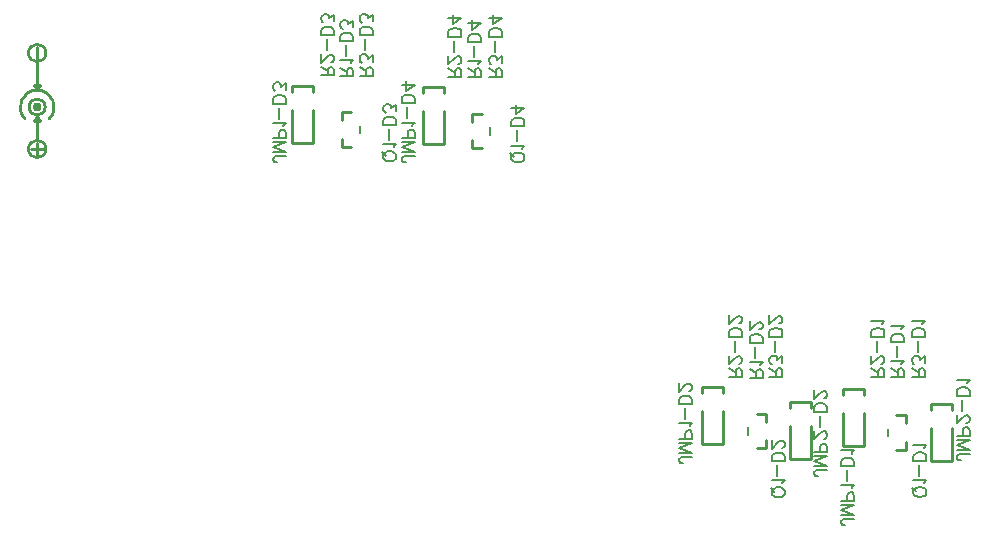
<source format=gbo>
G04 ---------------------------- Layer name :BOTTOM SILK LAYER*
G04 EasyEDA v5.8.22, Wed, 05 Dec 2018 03:51:52 GMT*
G04 5ecc0feef65b44bfa0a9ec5bdeff4b52*
G04 Gerber Generator version 0.2*
G04 Scale: 100 percent, Rotated: No, Reflected: No *
G04 Dimensions in millimeters *
G04 leading zeros omitted , absolute positions ,3 integer and 3 decimal *
%FSLAX33Y33*%
%MOMM*%
G90*
G71D02*

%ADD10C,0.254000*%
%ADD43C,0.200000*%
%ADD50C,0.177800*%

%LPD*%
G54D10*
G01X42913Y35864D02*
G01X42913Y35203D01*
G01X42913Y35864D01*
G01X42913Y35203D01*
G01X43729Y35203D01*
G01X43729Y38122D02*
G01X42913Y38122D01*
G01X42913Y37464D01*
G54D43*
G01X44463Y36964D02*
G01X44463Y36362D01*
G54D10*
G01X38735Y39840D02*
G01X38735Y40348D01*
G01X40513Y40348D01*
G01X40513Y39840D01*
G01X38735Y38316D02*
G01X38735Y35522D01*
G01X40513Y35522D01*
G01X40513Y38316D01*
G01X53962Y35737D02*
G01X53962Y35076D01*
G01X53962Y35737D01*
G01X53962Y35076D01*
G01X54778Y35076D01*
G01X54778Y37995D02*
G01X53962Y37995D01*
G01X53962Y37337D01*
G54D43*
G01X55512Y36837D02*
G01X55512Y36235D01*
G54D10*
G01X49786Y39712D02*
G01X49786Y40220D01*
G01X51564Y40220D01*
G01X51564Y39712D01*
G01X49786Y38188D02*
G01X49786Y35394D01*
G01X51564Y35394D01*
G01X51564Y38188D01*
G01X85344Y14186D02*
G01X85344Y14694D01*
G01X87122Y14694D01*
G01X87122Y14186D01*
G01X85344Y12662D02*
G01X85344Y9868D01*
G01X87122Y9868D01*
G01X87122Y12662D01*
G01X90694Y11808D02*
G01X90694Y12468D01*
G01X90694Y11808D01*
G01X90694Y12468D01*
G01X89878Y12468D01*
G01X89878Y9550D02*
G01X90694Y9550D01*
G01X90694Y10208D01*
G54D43*
G01X89144Y10708D02*
G01X89144Y11310D01*
G54D10*
G01X92839Y12915D02*
G01X92839Y13423D01*
G01X94617Y13423D01*
G01X94617Y12915D01*
G01X92839Y11391D02*
G01X92839Y8597D01*
G01X94617Y8597D01*
G01X94617Y11391D01*
G01X73408Y14312D02*
G01X73408Y14820D01*
G01X75186Y14820D01*
G01X75186Y14312D01*
G01X73408Y12788D02*
G01X73408Y9994D01*
G01X75186Y9994D01*
G01X75186Y12788D01*
G01X78881Y11937D02*
G01X78881Y12597D01*
G01X78881Y11937D01*
G01X78881Y12597D01*
G01X78065Y12597D01*
G01X78065Y9679D02*
G01X78881Y9679D01*
G01X78881Y10336D01*
G54D43*
G01X77331Y10837D02*
G01X77331Y11439D01*
G54D10*
G01X80899Y13043D02*
G01X80899Y13551D01*
G01X82677Y13551D01*
G01X82677Y13043D01*
G01X80899Y11519D02*
G01X80899Y8725D01*
G01X82677Y8725D01*
G01X82677Y11519D01*
G01X17401Y37424D02*
G01X17147Y37805D01*
G01X17147Y35773D01*
G01X17147Y37805D02*
G01X16893Y37424D01*
G01X17147Y38694D02*
G01X17274Y38567D01*
G01X17147Y38440D01*
G01X17147Y38694D01*
G01X17020Y38567D01*
G01X17147Y38440D01*
G01X17401Y40472D02*
G01X17147Y40091D01*
G01X17147Y42377D01*
G01X17147Y40091D02*
G01X16893Y40472D01*
G01X17147Y34503D02*
G01X17147Y35519D01*
G01X16639Y35011D02*
G01X17655Y35011D01*
G01X17147Y42631D02*
G01X17147Y43647D01*
G54D50*
G01X42265Y41236D02*
G01X41175Y41236D01*
G01X42265Y41236D02*
G01X42265Y41704D01*
G01X42214Y41859D01*
G01X42163Y41912D01*
G01X42059Y41963D01*
G01X41955Y41963D01*
G01X41851Y41912D01*
G01X41798Y41859D01*
G01X41747Y41704D01*
G01X41747Y41236D01*
G01X41747Y41600D02*
G01X41175Y41963D01*
G01X42006Y42359D02*
G01X42059Y42359D01*
G01X42163Y42410D01*
G01X42214Y42463D01*
G01X42265Y42567D01*
G01X42265Y42773D01*
G01X42214Y42877D01*
G01X42163Y42931D01*
G01X42059Y42981D01*
G01X41955Y42981D01*
G01X41851Y42931D01*
G01X41693Y42826D01*
G01X41175Y42306D01*
G01X41175Y43035D01*
G01X41643Y43378D02*
G01X41643Y44312D01*
G01X42265Y44655D02*
G01X41175Y44655D01*
G01X42265Y44655D02*
G01X42265Y45018D01*
G01X42214Y45173D01*
G01X42110Y45278D01*
G01X42006Y45331D01*
G01X41851Y45382D01*
G01X41592Y45382D01*
G01X41434Y45331D01*
G01X41330Y45278D01*
G01X41226Y45173D01*
G01X41175Y45018D01*
G01X41175Y44655D01*
G01X42265Y45829D02*
G01X42265Y46400D01*
G01X41851Y46088D01*
G01X41851Y46245D01*
G01X41798Y46349D01*
G01X41747Y46400D01*
G01X41592Y46454D01*
G01X41488Y46454D01*
G01X41330Y46400D01*
G01X41226Y46296D01*
G01X41175Y46141D01*
G01X41175Y45986D01*
G01X41226Y45829D01*
G01X41279Y45778D01*
G01X41384Y45725D01*
G01X43888Y41186D02*
G01X42798Y41186D01*
G01X43888Y41186D02*
G01X43888Y41653D01*
G01X43837Y41808D01*
G01X43786Y41861D01*
G01X43682Y41912D01*
G01X43578Y41912D01*
G01X43474Y41861D01*
G01X43421Y41808D01*
G01X43370Y41653D01*
G01X43370Y41186D01*
G01X43370Y41549D02*
G01X42798Y41912D01*
G01X43682Y42255D02*
G01X43733Y42359D01*
G01X43888Y42517D01*
G01X42798Y42517D01*
G01X43266Y42859D02*
G01X43266Y43794D01*
G01X43888Y44137D02*
G01X42798Y44137D01*
G01X43888Y44137D02*
G01X43888Y44500D01*
G01X43837Y44655D01*
G01X43733Y44759D01*
G01X43629Y44813D01*
G01X43474Y44863D01*
G01X43215Y44863D01*
G01X43057Y44813D01*
G01X42953Y44759D01*
G01X42849Y44655D01*
G01X42798Y44500D01*
G01X42798Y44137D01*
G01X43888Y45311D02*
G01X43888Y45882D01*
G01X43474Y45570D01*
G01X43474Y45727D01*
G01X43421Y45831D01*
G01X43370Y45882D01*
G01X43215Y45935D01*
G01X43111Y45935D01*
G01X42953Y45882D01*
G01X42849Y45778D01*
G01X42798Y45623D01*
G01X42798Y45465D01*
G01X42849Y45311D01*
G01X42903Y45260D01*
G01X43007Y45206D01*
G01X45539Y41226D02*
G01X44449Y41226D01*
G01X45539Y41226D02*
G01X45539Y41694D01*
G01X45488Y41849D01*
G01X45437Y41902D01*
G01X45333Y41953D01*
G01X45229Y41953D01*
G01X45125Y41902D01*
G01X45072Y41849D01*
G01X45021Y41694D01*
G01X45021Y41226D01*
G01X45021Y41589D02*
G01X44449Y41953D01*
G01X45539Y42400D02*
G01X45539Y42971D01*
G01X45125Y42661D01*
G01X45125Y42816D01*
G01X45072Y42920D01*
G01X45021Y42971D01*
G01X44866Y43025D01*
G01X44762Y43025D01*
G01X44604Y42971D01*
G01X44500Y42867D01*
G01X44449Y42712D01*
G01X44449Y42557D01*
G01X44500Y42400D01*
G01X44554Y42349D01*
G01X44658Y42296D01*
G01X44917Y43367D02*
G01X44917Y44302D01*
G01X45539Y44645D02*
G01X44449Y44645D01*
G01X45539Y44645D02*
G01X45539Y45008D01*
G01X45488Y45163D01*
G01X45384Y45267D01*
G01X45280Y45321D01*
G01X45125Y45371D01*
G01X44866Y45371D01*
G01X44708Y45321D01*
G01X44604Y45267D01*
G01X44500Y45163D01*
G01X44449Y45008D01*
G01X44449Y44645D01*
G01X45539Y45819D02*
G01X45539Y46390D01*
G01X45125Y46078D01*
G01X45125Y46235D01*
G01X45072Y46339D01*
G01X45021Y46390D01*
G01X44866Y46443D01*
G01X44762Y46443D01*
G01X44604Y46390D01*
G01X44500Y46286D01*
G01X44449Y46131D01*
G01X44449Y45976D01*
G01X44500Y45819D01*
G01X44554Y45768D01*
G01X44658Y45714D01*
G01X47548Y34284D02*
G01X47497Y34180D01*
G01X47393Y34076D01*
G01X47289Y34023D01*
G01X47134Y33972D01*
G01X46875Y33972D01*
G01X46718Y34023D01*
G01X46613Y34076D01*
G01X46509Y34180D01*
G01X46459Y34284D01*
G01X46459Y34493D01*
G01X46509Y34594D01*
G01X46613Y34698D01*
G01X46718Y34752D01*
G01X46875Y34803D01*
G01X47134Y34803D01*
G01X47289Y34752D01*
G01X47393Y34698D01*
G01X47497Y34594D01*
G01X47548Y34493D01*
G01X47548Y34284D01*
G01X46667Y34439D02*
G01X46354Y34752D01*
G01X47342Y35146D02*
G01X47393Y35250D01*
G01X47548Y35407D01*
G01X46459Y35407D01*
G01X46926Y35750D02*
G01X46926Y36685D01*
G01X47548Y37028D02*
G01X46459Y37028D01*
G01X47548Y37028D02*
G01X47548Y37391D01*
G01X47497Y37546D01*
G01X47393Y37650D01*
G01X47289Y37703D01*
G01X47134Y37754D01*
G01X46875Y37754D01*
G01X46718Y37703D01*
G01X46613Y37650D01*
G01X46509Y37546D01*
G01X46459Y37391D01*
G01X46459Y37028D01*
G01X47548Y38201D02*
G01X47548Y38773D01*
G01X47134Y38460D01*
G01X47134Y38618D01*
G01X47081Y38722D01*
G01X47030Y38773D01*
G01X46875Y38823D01*
G01X46771Y38823D01*
G01X46613Y38773D01*
G01X46509Y38669D01*
G01X46459Y38514D01*
G01X46459Y38356D01*
G01X46509Y38201D01*
G01X46563Y38150D01*
G01X46667Y38097D01*
G01X38201Y34391D02*
G01X37370Y34391D01*
G01X37215Y34338D01*
G01X37162Y34287D01*
G01X37111Y34183D01*
G01X37111Y34079D01*
G01X37162Y33975D01*
G01X37215Y33921D01*
G01X37370Y33870D01*
G01X37475Y33870D01*
G01X38201Y34734D02*
G01X37111Y34734D01*
G01X38201Y34734D02*
G01X37111Y35148D01*
G01X38201Y35565D02*
G01X37111Y35148D01*
G01X38201Y35565D02*
G01X37111Y35565D01*
G01X38201Y35908D02*
G01X37111Y35908D01*
G01X38201Y35908D02*
G01X38201Y36375D01*
G01X38150Y36530D01*
G01X38099Y36583D01*
G01X37995Y36634D01*
G01X37838Y36634D01*
G01X37734Y36583D01*
G01X37683Y36530D01*
G01X37629Y36375D01*
G01X37629Y35908D01*
G01X37995Y36977D02*
G01X38046Y37081D01*
G01X38201Y37236D01*
G01X37111Y37236D01*
G01X37579Y37579D02*
G01X37579Y38516D01*
G01X38201Y38859D02*
G01X37111Y38859D01*
G01X38201Y38859D02*
G01X38201Y39222D01*
G01X38150Y39377D01*
G01X38046Y39481D01*
G01X37942Y39535D01*
G01X37787Y39585D01*
G01X37528Y39585D01*
G01X37370Y39535D01*
G01X37266Y39481D01*
G01X37162Y39377D01*
G01X37111Y39222D01*
G01X37111Y38859D01*
G01X38201Y40032D02*
G01X38201Y40604D01*
G01X37787Y40292D01*
G01X37787Y40449D01*
G01X37734Y40551D01*
G01X37683Y40604D01*
G01X37528Y40655D01*
G01X37424Y40655D01*
G01X37266Y40604D01*
G01X37162Y40500D01*
G01X37111Y40345D01*
G01X37111Y40187D01*
G01X37162Y40032D01*
G01X37215Y39979D01*
G01X37320Y39928D01*
G01X56489Y41109D02*
G01X55399Y41109D01*
G01X56489Y41109D02*
G01X56489Y41577D01*
G01X56438Y41732D01*
G01X56387Y41785D01*
G01X56283Y41836D01*
G01X56179Y41836D01*
G01X56075Y41785D01*
G01X56022Y41732D01*
G01X55971Y41577D01*
G01X55971Y41109D01*
G01X55971Y41473D02*
G01X55399Y41836D01*
G01X56489Y42283D02*
G01X56489Y42854D01*
G01X56075Y42545D01*
G01X56075Y42699D01*
G01X56022Y42804D01*
G01X55971Y42854D01*
G01X55816Y42908D01*
G01X55712Y42908D01*
G01X55554Y42854D01*
G01X55450Y42750D01*
G01X55399Y42595D01*
G01X55399Y42440D01*
G01X55450Y42283D01*
G01X55504Y42232D01*
G01X55608Y42179D01*
G01X55867Y43251D02*
G01X55867Y44185D01*
G01X56489Y44528D02*
G01X55399Y44528D01*
G01X56489Y44528D02*
G01X56489Y44892D01*
G01X56438Y45046D01*
G01X56334Y45151D01*
G01X56230Y45204D01*
G01X56075Y45255D01*
G01X55816Y45255D01*
G01X55658Y45204D01*
G01X55554Y45151D01*
G01X55450Y45046D01*
G01X55399Y44892D01*
G01X55399Y44528D01*
G01X56489Y46118D02*
G01X55763Y45598D01*
G01X55763Y46377D01*
G01X56489Y46118D02*
G01X55399Y46118D01*
G01X53060Y41109D02*
G01X51970Y41109D01*
G01X53060Y41109D02*
G01X53060Y41577D01*
G01X53009Y41732D01*
G01X52958Y41785D01*
G01X52854Y41836D01*
G01X52750Y41836D01*
G01X52646Y41785D01*
G01X52593Y41732D01*
G01X52542Y41577D01*
G01X52542Y41109D01*
G01X52542Y41473D02*
G01X51970Y41836D01*
G01X52801Y42232D02*
G01X52854Y42232D01*
G01X52958Y42283D01*
G01X53009Y42336D01*
G01X53060Y42440D01*
G01X53060Y42646D01*
G01X53009Y42750D01*
G01X52958Y42804D01*
G01X52854Y42854D01*
G01X52750Y42854D01*
G01X52646Y42804D01*
G01X52488Y42699D01*
G01X51970Y42179D01*
G01X51970Y42908D01*
G01X52438Y43251D02*
G01X52438Y44185D01*
G01X53060Y44528D02*
G01X51970Y44528D01*
G01X53060Y44528D02*
G01X53060Y44892D01*
G01X53009Y45046D01*
G01X52905Y45151D01*
G01X52801Y45204D01*
G01X52646Y45255D01*
G01X52387Y45255D01*
G01X52229Y45204D01*
G01X52125Y45151D01*
G01X52021Y45046D01*
G01X51970Y44892D01*
G01X51970Y44528D01*
G01X53060Y46118D02*
G01X52334Y45598D01*
G01X52334Y46377D01*
G01X53060Y46118D02*
G01X51970Y46118D01*
G01X54711Y41109D02*
G01X53621Y41109D01*
G01X54711Y41109D02*
G01X54711Y41577D01*
G01X54660Y41732D01*
G01X54609Y41785D01*
G01X54505Y41836D01*
G01X54401Y41836D01*
G01X54297Y41785D01*
G01X54244Y41732D01*
G01X54193Y41577D01*
G01X54193Y41109D01*
G01X54193Y41473D02*
G01X53621Y41836D01*
G01X54505Y42179D02*
G01X54556Y42283D01*
G01X54711Y42440D01*
G01X53621Y42440D01*
G01X54089Y42783D02*
G01X54089Y43718D01*
G01X54711Y44061D02*
G01X53621Y44061D01*
G01X54711Y44061D02*
G01X54711Y44424D01*
G01X54660Y44579D01*
G01X54556Y44683D01*
G01X54452Y44737D01*
G01X54297Y44787D01*
G01X54038Y44787D01*
G01X53880Y44737D01*
G01X53776Y44683D01*
G01X53672Y44579D01*
G01X53621Y44424D01*
G01X53621Y44061D01*
G01X54711Y45651D02*
G01X53985Y45130D01*
G01X53985Y45910D01*
G01X54711Y45651D02*
G01X53621Y45651D01*
G01X58394Y34183D02*
G01X58343Y34079D01*
G01X58239Y33975D01*
G01X58135Y33921D01*
G01X57980Y33870D01*
G01X57721Y33870D01*
G01X57563Y33921D01*
G01X57459Y33975D01*
G01X57355Y34079D01*
G01X57304Y34183D01*
G01X57304Y34391D01*
G01X57355Y34493D01*
G01X57459Y34597D01*
G01X57563Y34650D01*
G01X57721Y34701D01*
G01X57980Y34701D01*
G01X58135Y34650D01*
G01X58239Y34597D01*
G01X58343Y34493D01*
G01X58394Y34391D01*
G01X58394Y34183D01*
G01X57513Y34338D02*
G01X57200Y34650D01*
G01X58188Y35044D02*
G01X58239Y35148D01*
G01X58394Y35306D01*
G01X57304Y35306D01*
G01X57772Y35648D02*
G01X57772Y36583D01*
G01X58394Y36926D02*
G01X57304Y36926D01*
G01X58394Y36926D02*
G01X58394Y37289D01*
G01X58343Y37444D01*
G01X58239Y37548D01*
G01X58135Y37602D01*
G01X57980Y37653D01*
G01X57721Y37653D01*
G01X57563Y37602D01*
G01X57459Y37548D01*
G01X57355Y37444D01*
G01X57304Y37289D01*
G01X57304Y36926D01*
G01X58394Y38516D02*
G01X57668Y37995D01*
G01X57668Y38775D01*
G01X58394Y38516D02*
G01X57304Y38516D01*
G01X49095Y34411D02*
G01X48264Y34411D01*
G01X48109Y34358D01*
G01X48056Y34307D01*
G01X48005Y34203D01*
G01X48005Y34099D01*
G01X48056Y33995D01*
G01X48109Y33942D01*
G01X48264Y33891D01*
G01X48369Y33891D01*
G01X49095Y34754D02*
G01X48005Y34754D01*
G01X49095Y34754D02*
G01X48005Y35168D01*
G01X49095Y35585D02*
G01X48005Y35168D01*
G01X49095Y35585D02*
G01X48005Y35585D01*
G01X49095Y35928D02*
G01X48005Y35928D01*
G01X49095Y35928D02*
G01X49095Y36395D01*
G01X49044Y36550D01*
G01X48993Y36603D01*
G01X48889Y36654D01*
G01X48732Y36654D01*
G01X48628Y36603D01*
G01X48577Y36550D01*
G01X48524Y36395D01*
G01X48524Y35928D01*
G01X48889Y36997D02*
G01X48940Y37101D01*
G01X49095Y37256D01*
G01X48005Y37256D01*
G01X48473Y37599D02*
G01X48473Y38536D01*
G01X49095Y38879D02*
G01X48005Y38879D01*
G01X49095Y38879D02*
G01X49095Y39243D01*
G01X49044Y39397D01*
G01X48940Y39502D01*
G01X48836Y39555D01*
G01X48681Y39606D01*
G01X48422Y39606D01*
G01X48264Y39555D01*
G01X48160Y39502D01*
G01X48056Y39397D01*
G01X48005Y39243D01*
G01X48005Y38879D01*
G01X49095Y40469D02*
G01X48369Y39949D01*
G01X48369Y40728D01*
G01X49095Y40469D02*
G01X48005Y40469D01*
G01X86306Y3688D02*
G01X85475Y3688D01*
G01X85320Y3637D01*
G01X85267Y3586D01*
G01X85216Y3482D01*
G01X85216Y3378D01*
G01X85267Y3274D01*
G01X85320Y3220D01*
G01X85475Y3169D01*
G01X85580Y3169D01*
G01X86306Y4031D02*
G01X85216Y4031D01*
G01X86306Y4031D02*
G01X85216Y4447D01*
G01X86306Y4864D02*
G01X85216Y4447D01*
G01X86306Y4864D02*
G01X85216Y4864D01*
G01X86306Y5207D02*
G01X85216Y5207D01*
G01X86306Y5207D02*
G01X86306Y5674D01*
G01X86255Y5829D01*
G01X86202Y5882D01*
G01X86100Y5933D01*
G01X85943Y5933D01*
G01X85839Y5882D01*
G01X85788Y5829D01*
G01X85734Y5674D01*
G01X85734Y5207D01*
G01X86100Y6276D02*
G01X86151Y6380D01*
G01X86306Y6535D01*
G01X85216Y6535D01*
G01X85684Y6878D02*
G01X85684Y7815D01*
G01X86306Y8158D02*
G01X85216Y8158D01*
G01X86306Y8158D02*
G01X86306Y8521D01*
G01X86255Y8676D01*
G01X86151Y8780D01*
G01X86047Y8831D01*
G01X85892Y8884D01*
G01X85630Y8884D01*
G01X85475Y8831D01*
G01X85371Y8780D01*
G01X85267Y8676D01*
G01X85216Y8521D01*
G01X85216Y8158D01*
G01X86100Y9227D02*
G01X86151Y9332D01*
G01X86306Y9486D01*
G01X85216Y9486D01*
G01X92433Y5861D02*
G01X92380Y5757D01*
G01X92276Y5655D01*
G01X92174Y5602D01*
G01X92017Y5551D01*
G01X91758Y5551D01*
G01X91603Y5602D01*
G01X91499Y5655D01*
G01X91394Y5757D01*
G01X91341Y5861D01*
G01X91341Y6069D01*
G01X91394Y6173D01*
G01X91499Y6278D01*
G01X91603Y6328D01*
G01X91758Y6382D01*
G01X92017Y6382D01*
G01X92174Y6328D01*
G01X92276Y6278D01*
G01X92380Y6173D01*
G01X92433Y6069D01*
G01X92433Y5861D01*
G01X91549Y6018D02*
G01X91237Y6328D01*
G01X92225Y6725D02*
G01X92276Y6829D01*
G01X92433Y6984D01*
G01X91341Y6984D01*
G01X91809Y7327D02*
G01X91809Y8261D01*
G01X92433Y8604D02*
G01X91341Y8604D01*
G01X92433Y8604D02*
G01X92433Y8970D01*
G01X92380Y9125D01*
G01X92276Y9229D01*
G01X92174Y9280D01*
G01X92017Y9333D01*
G01X91758Y9333D01*
G01X91603Y9280D01*
G01X91499Y9229D01*
G01X91394Y9125D01*
G01X91341Y8970D01*
G01X91341Y8604D01*
G01X92225Y9676D02*
G01X92276Y9780D01*
G01X92433Y9935D01*
G01X91341Y9935D01*
G01X92308Y15710D02*
G01X91215Y15710D01*
G01X92308Y15710D02*
G01X92308Y16178D01*
G01X92254Y16333D01*
G01X92204Y16386D01*
G01X92099Y16437D01*
G01X91995Y16437D01*
G01X91891Y16386D01*
G01X91838Y16333D01*
G01X91787Y16178D01*
G01X91787Y15710D01*
G01X91787Y16074D02*
G01X91215Y16437D01*
G01X92308Y16884D02*
G01X92308Y17455D01*
G01X91891Y17143D01*
G01X91891Y17300D01*
G01X91838Y17405D01*
G01X91787Y17455D01*
G01X91632Y17509D01*
G01X91528Y17509D01*
G01X91370Y17455D01*
G01X91266Y17351D01*
G01X91215Y17196D01*
G01X91215Y17039D01*
G01X91266Y16884D01*
G01X91320Y16833D01*
G01X91424Y16780D01*
G01X91683Y17852D02*
G01X91683Y18786D01*
G01X92308Y19129D02*
G01X91215Y19129D01*
G01X92308Y19129D02*
G01X92308Y19493D01*
G01X92254Y19647D01*
G01X92150Y19752D01*
G01X92046Y19805D01*
G01X91891Y19856D01*
G01X91632Y19856D01*
G01X91475Y19805D01*
G01X91370Y19752D01*
G01X91266Y19647D01*
G01X91215Y19493D01*
G01X91215Y19129D01*
G01X92099Y20199D02*
G01X92150Y20303D01*
G01X92308Y20458D01*
G01X91215Y20458D01*
G01X88874Y15710D02*
G01X87784Y15710D01*
G01X88874Y15710D02*
G01X88874Y16178D01*
G01X88823Y16333D01*
G01X88772Y16386D01*
G01X88668Y16437D01*
G01X88564Y16437D01*
G01X88460Y16386D01*
G01X88406Y16333D01*
G01X88356Y16178D01*
G01X88356Y15710D01*
G01X88356Y16074D02*
G01X87784Y16437D01*
G01X88615Y16833D02*
G01X88668Y16833D01*
G01X88772Y16884D01*
G01X88823Y16937D01*
G01X88874Y17039D01*
G01X88874Y17247D01*
G01X88823Y17351D01*
G01X88772Y17405D01*
G01X88668Y17455D01*
G01X88564Y17455D01*
G01X88460Y17405D01*
G01X88302Y17300D01*
G01X87784Y16780D01*
G01X87784Y17509D01*
G01X88251Y17852D02*
G01X88251Y18786D01*
G01X88874Y19129D02*
G01X87784Y19129D01*
G01X88874Y19129D02*
G01X88874Y19492D01*
G01X88823Y19647D01*
G01X88719Y19752D01*
G01X88615Y19805D01*
G01X88460Y19856D01*
G01X88201Y19856D01*
G01X88043Y19805D01*
G01X87939Y19752D01*
G01X87835Y19647D01*
G01X87784Y19492D01*
G01X87784Y19129D01*
G01X88668Y20199D02*
G01X88719Y20303D01*
G01X88874Y20458D01*
G01X87784Y20458D01*
G01X96088Y9189D02*
G01X95254Y9189D01*
G01X95099Y9138D01*
G01X95049Y9085D01*
G01X94995Y8981D01*
G01X94995Y8879D01*
G01X95049Y8775D01*
G01X95099Y8722D01*
G01X95254Y8671D01*
G01X95359Y8671D01*
G01X96088Y9532D02*
G01X94995Y9532D01*
G01X96088Y9532D02*
G01X94995Y9949D01*
G01X96088Y10365D02*
G01X94995Y9949D01*
G01X96088Y10365D02*
G01X94995Y10365D01*
G01X96088Y10708D02*
G01X94995Y10708D01*
G01X96088Y10708D02*
G01X96088Y11176D01*
G01X96034Y11331D01*
G01X95983Y11381D01*
G01X95879Y11435D01*
G01X95724Y11435D01*
G01X95620Y11381D01*
G01X95567Y11331D01*
G01X95516Y11176D01*
G01X95516Y10708D01*
G01X95826Y11828D02*
G01X95879Y11828D01*
G01X95983Y11882D01*
G01X96034Y11932D01*
G01X96088Y12037D01*
G01X96088Y12245D01*
G01X96034Y12349D01*
G01X95983Y12400D01*
G01X95879Y12453D01*
G01X95775Y12453D01*
G01X95671Y12400D01*
G01X95516Y12296D01*
G01X94995Y11778D01*
G01X94995Y12504D01*
G01X95463Y12847D02*
G01X95463Y13782D01*
G01X96088Y14125D02*
G01X94995Y14125D01*
G01X96088Y14125D02*
G01X96088Y14490D01*
G01X96034Y14645D01*
G01X95930Y14749D01*
G01X95826Y14800D01*
G01X95671Y14853D01*
G01X95412Y14853D01*
G01X95254Y14800D01*
G01X95153Y14749D01*
G01X95049Y14645D01*
G01X94995Y14490D01*
G01X94995Y14125D01*
G01X95879Y15196D02*
G01X95930Y15301D01*
G01X96088Y15455D01*
G01X94995Y15455D01*
G01X90530Y15710D02*
G01X89437Y15710D01*
G01X90530Y15710D02*
G01X90530Y16178D01*
G01X90476Y16333D01*
G01X90425Y16386D01*
G01X90321Y16437D01*
G01X90217Y16437D01*
G01X90113Y16386D01*
G01X90060Y16333D01*
G01X90009Y16178D01*
G01X90009Y15710D01*
G01X90009Y16074D02*
G01X89437Y16437D01*
G01X90321Y16780D02*
G01X90372Y16884D01*
G01X90530Y17039D01*
G01X89437Y17039D01*
G01X89905Y17382D02*
G01X89905Y18319D01*
G01X90530Y18662D02*
G01X89437Y18662D01*
G01X90530Y18662D02*
G01X90530Y19025D01*
G01X90476Y19180D01*
G01X90372Y19284D01*
G01X90268Y19338D01*
G01X90113Y19388D01*
G01X89854Y19388D01*
G01X89696Y19338D01*
G01X89592Y19284D01*
G01X89488Y19180D01*
G01X89437Y19025D01*
G01X89437Y18662D01*
G01X90321Y19731D02*
G01X90372Y19835D01*
G01X90530Y19990D01*
G01X89437Y19990D01*
G01X72590Y8938D02*
G01X71759Y8938D01*
G01X71604Y8884D01*
G01X71551Y8834D01*
G01X71500Y8730D01*
G01X71500Y8625D01*
G01X71551Y8521D01*
G01X71604Y8468D01*
G01X71759Y8417D01*
G01X71864Y8417D01*
G01X72590Y9281D02*
G01X71500Y9281D01*
G01X72590Y9281D02*
G01X71500Y9695D01*
G01X72590Y10111D02*
G01X71500Y9695D01*
G01X72590Y10111D02*
G01X71500Y10111D01*
G01X72590Y10454D02*
G01X71500Y10454D01*
G01X72590Y10454D02*
G01X72590Y10922D01*
G01X72539Y11077D01*
G01X72488Y11130D01*
G01X72384Y11181D01*
G01X72227Y11181D01*
G01X72123Y11130D01*
G01X72072Y11077D01*
G01X72018Y10922D01*
G01X72018Y10454D01*
G01X72384Y11524D02*
G01X72435Y11628D01*
G01X72590Y11783D01*
G01X71500Y11783D01*
G01X71968Y12126D02*
G01X71968Y13063D01*
G01X72590Y13406D02*
G01X71500Y13406D01*
G01X72590Y13406D02*
G01X72590Y13769D01*
G01X72539Y13924D01*
G01X72435Y14028D01*
G01X72331Y14081D01*
G01X72176Y14132D01*
G01X71917Y14132D01*
G01X71759Y14081D01*
G01X71655Y14028D01*
G01X71551Y13924D01*
G01X71500Y13769D01*
G01X71500Y13406D01*
G01X72331Y14526D02*
G01X72384Y14526D01*
G01X72488Y14579D01*
G01X72539Y14630D01*
G01X72590Y14734D01*
G01X72590Y14942D01*
G01X72539Y15047D01*
G01X72488Y15097D01*
G01X72384Y15151D01*
G01X72280Y15151D01*
G01X72176Y15097D01*
G01X72018Y14996D01*
G01X71500Y14475D01*
G01X71500Y15201D01*
G01X80441Y5837D02*
G01X80390Y5732D01*
G01X80286Y5628D01*
G01X80182Y5575D01*
G01X80027Y5524D01*
G01X79768Y5524D01*
G01X79611Y5575D01*
G01X79506Y5628D01*
G01X79402Y5732D01*
G01X79351Y5837D01*
G01X79351Y6045D01*
G01X79402Y6146D01*
G01X79506Y6251D01*
G01X79611Y6304D01*
G01X79768Y6355D01*
G01X80027Y6355D01*
G01X80182Y6304D01*
G01X80286Y6251D01*
G01X80390Y6146D01*
G01X80441Y6045D01*
G01X80441Y5837D01*
G01X79560Y5991D02*
G01X79247Y6304D01*
G01X80235Y6698D02*
G01X80286Y6802D01*
G01X80441Y6959D01*
G01X79351Y6959D01*
G01X79819Y7302D02*
G01X79819Y8237D01*
G01X80441Y8580D02*
G01X79351Y8580D01*
G01X80441Y8580D02*
G01X80441Y8943D01*
G01X80390Y9098D01*
G01X80286Y9202D01*
G01X80182Y9255D01*
G01X80027Y9306D01*
G01X79768Y9306D01*
G01X79611Y9255D01*
G01X79506Y9202D01*
G01X79402Y9098D01*
G01X79351Y8943D01*
G01X79351Y8580D01*
G01X80182Y9702D02*
G01X80235Y9702D01*
G01X80340Y9753D01*
G01X80390Y9804D01*
G01X80441Y9908D01*
G01X80441Y10116D01*
G01X80390Y10221D01*
G01X80340Y10274D01*
G01X80235Y10325D01*
G01X80131Y10325D01*
G01X80027Y10274D01*
G01X79870Y10170D01*
G01X79351Y9649D01*
G01X79351Y10376D01*
G01X80238Y15709D02*
G01X79148Y15709D01*
G01X80238Y15709D02*
G01X80238Y16177D01*
G01X80187Y16332D01*
G01X80136Y16385D01*
G01X80032Y16436D01*
G01X79928Y16436D01*
G01X79824Y16385D01*
G01X79771Y16332D01*
G01X79720Y16177D01*
G01X79720Y15709D01*
G01X79720Y16072D02*
G01X79148Y16436D01*
G01X80238Y16883D02*
G01X80238Y17454D01*
G01X79824Y17144D01*
G01X79824Y17299D01*
G01X79771Y17403D01*
G01X79720Y17454D01*
G01X79565Y17508D01*
G01X79461Y17508D01*
G01X79303Y17454D01*
G01X79199Y17350D01*
G01X79148Y17195D01*
G01X79148Y17040D01*
G01X79199Y16883D01*
G01X79252Y16832D01*
G01X79357Y16779D01*
G01X79616Y17850D02*
G01X79616Y18785D01*
G01X80238Y19128D02*
G01X79148Y19128D01*
G01X80238Y19128D02*
G01X80238Y19491D01*
G01X80187Y19646D01*
G01X80083Y19750D01*
G01X79979Y19804D01*
G01X79824Y19855D01*
G01X79565Y19855D01*
G01X79407Y19804D01*
G01X79303Y19750D01*
G01X79199Y19646D01*
G01X79148Y19491D01*
G01X79148Y19128D01*
G01X79979Y20251D02*
G01X80032Y20251D01*
G01X80136Y20302D01*
G01X80187Y20355D01*
G01X80238Y20459D01*
G01X80238Y20665D01*
G01X80187Y20769D01*
G01X80136Y20822D01*
G01X80032Y20873D01*
G01X79928Y20873D01*
G01X79824Y20822D01*
G01X79666Y20718D01*
G01X79148Y20197D01*
G01X79148Y20926D01*
G01X76809Y15709D02*
G01X75719Y15709D01*
G01X76809Y15709D02*
G01X76809Y16177D01*
G01X76758Y16332D01*
G01X76707Y16385D01*
G01X76603Y16436D01*
G01X76499Y16436D01*
G01X76395Y16385D01*
G01X76342Y16332D01*
G01X76291Y16177D01*
G01X76291Y15709D01*
G01X76291Y16072D02*
G01X75719Y16436D01*
G01X76550Y16832D02*
G01X76603Y16832D01*
G01X76707Y16883D01*
G01X76758Y16936D01*
G01X76809Y17040D01*
G01X76809Y17246D01*
G01X76758Y17350D01*
G01X76707Y17403D01*
G01X76603Y17454D01*
G01X76499Y17454D01*
G01X76395Y17403D01*
G01X76237Y17299D01*
G01X75719Y16779D01*
G01X75719Y17508D01*
G01X76187Y17850D02*
G01X76187Y18785D01*
G01X76809Y19128D02*
G01X75719Y19128D01*
G01X76809Y19128D02*
G01X76809Y19491D01*
G01X76758Y19646D01*
G01X76654Y19750D01*
G01X76550Y19804D01*
G01X76395Y19855D01*
G01X76136Y19855D01*
G01X75978Y19804D01*
G01X75874Y19750D01*
G01X75770Y19646D01*
G01X75719Y19491D01*
G01X75719Y19128D01*
G01X76550Y20251D02*
G01X76603Y20251D01*
G01X76707Y20302D01*
G01X76758Y20355D01*
G01X76809Y20459D01*
G01X76809Y20665D01*
G01X76758Y20769D01*
G01X76707Y20822D01*
G01X76603Y20873D01*
G01X76499Y20873D01*
G01X76395Y20822D01*
G01X76237Y20718D01*
G01X75719Y20197D01*
G01X75719Y20926D01*
G01X78559Y15659D02*
G01X77469Y15659D01*
G01X78559Y15659D02*
G01X78559Y16126D01*
G01X78508Y16281D01*
G01X78457Y16334D01*
G01X78353Y16385D01*
G01X78249Y16385D01*
G01X78145Y16334D01*
G01X78092Y16281D01*
G01X78041Y16126D01*
G01X78041Y15659D01*
G01X78041Y16022D02*
G01X77469Y16385D01*
G01X78353Y16728D02*
G01X78404Y16832D01*
G01X78559Y16990D01*
G01X77469Y16990D01*
G01X77937Y17333D02*
G01X77937Y18267D01*
G01X78559Y18610D02*
G01X77469Y18610D01*
G01X78559Y18610D02*
G01X78559Y18973D01*
G01X78508Y19128D01*
G01X78404Y19232D01*
G01X78300Y19286D01*
G01X78145Y19337D01*
G01X77886Y19337D01*
G01X77728Y19286D01*
G01X77624Y19232D01*
G01X77520Y19128D01*
G01X77469Y18973D01*
G01X77469Y18610D01*
G01X78300Y19733D02*
G01X78353Y19733D01*
G01X78457Y19784D01*
G01X78508Y19837D01*
G01X78559Y19939D01*
G01X78559Y20147D01*
G01X78508Y20251D01*
G01X78457Y20304D01*
G01X78353Y20355D01*
G01X78249Y20355D01*
G01X78145Y20304D01*
G01X77988Y20200D01*
G01X77469Y19679D01*
G01X77469Y20408D01*
G01X84020Y7835D02*
G01X83189Y7835D01*
G01X83035Y7782D01*
G01X82981Y7731D01*
G01X82930Y7627D01*
G01X82930Y7523D01*
G01X82981Y7419D01*
G01X83035Y7366D01*
G01X83189Y7315D01*
G01X83294Y7315D01*
G01X84020Y8178D02*
G01X82930Y8178D01*
G01X84020Y8178D02*
G01X82930Y8592D01*
G01X84020Y9009D02*
G01X82930Y8592D01*
G01X84020Y9009D02*
G01X82930Y9009D01*
G01X84020Y9352D02*
G01X82930Y9352D01*
G01X84020Y9352D02*
G01X84020Y9819D01*
G01X83969Y9974D01*
G01X83918Y10027D01*
G01X83814Y10078D01*
G01X83657Y10078D01*
G01X83553Y10027D01*
G01X83502Y9974D01*
G01X83449Y9819D01*
G01X83449Y9352D01*
G01X83761Y10475D02*
G01X83814Y10475D01*
G01X83918Y10525D01*
G01X83969Y10579D01*
G01X84020Y10680D01*
G01X84020Y10889D01*
G01X83969Y10993D01*
G01X83918Y11046D01*
G01X83814Y11097D01*
G01X83710Y11097D01*
G01X83606Y11046D01*
G01X83449Y10942D01*
G01X82930Y10421D01*
G01X82930Y11150D01*
G01X83398Y11493D02*
G01X83398Y12428D01*
G01X84020Y12771D02*
G01X82930Y12771D01*
G01X84020Y12771D02*
G01X84020Y13134D01*
G01X83969Y13289D01*
G01X83865Y13393D01*
G01X83761Y13446D01*
G01X83606Y13497D01*
G01X83347Y13497D01*
G01X83189Y13446D01*
G01X83085Y13393D01*
G01X82981Y13289D01*
G01X82930Y13134D01*
G01X82930Y12771D01*
G01X83761Y13893D02*
G01X83814Y13893D01*
G01X83918Y13944D01*
G01X83969Y13995D01*
G01X84020Y14099D01*
G01X84020Y14307D01*
G01X83969Y14412D01*
G01X83918Y14465D01*
G01X83814Y14516D01*
G01X83710Y14516D01*
G01X83606Y14465D01*
G01X83449Y14361D01*
G01X82930Y13840D01*
G01X82930Y14566D01*
G54D10*
G75*
G01X18163Y37552D02*
G3X16131Y37552I-1016J1016D01*
G01*
G75*
G01X18163Y37552D02*
G3X16131Y37552I-1016J1016D01*
G01*
G75*
G01X17833Y38568D02*
G03X17833Y38568I-686J0D01*
G01*
G75*
G01X17401Y38568D02*
G03X17401Y38568I-254J0D01*
G01*
G75*
G01X17884Y35012D02*
G03X17884Y35012I-737J0D01*
G01*
G75*
G01X17884Y43140D02*
G03X17884Y43140I-737J0D01*
G01*
G75*
G01X17833Y38568D02*
G03X17833Y38568I-686J0D01*
G01*
G75*
G01X17401Y38568D02*
G03X17401Y38568I-254J0D01*
G01*
G75*
G01X17884Y35012D02*
G03X17884Y35012I-737J0D01*
G01*
G75*
G01X17884Y43140D02*
G03X17884Y43140I-737J0D01*
G01*
M00*
M02*

</source>
